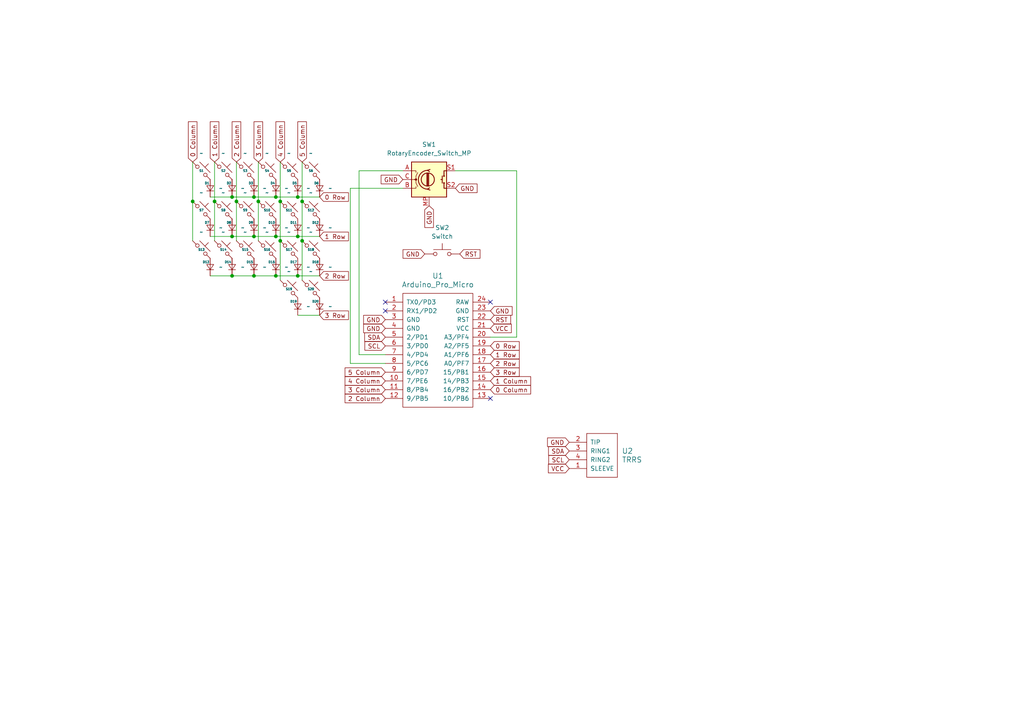
<source format=kicad_sch>
(kicad_sch (version 20250114) (generator "eeschema") (generator_version "9.0")
  (paper "A4")
  (lib_symbols
    (symbol "Device:RotaryEncoder_Switch_MP" (pin_names (offset 0.254) (hide yes))
      (property "Reference" "SW" (at 0 8.89 0))
      (property "Value" "RotaryEncoder_Switch_MP" (at 0 6.35 0))
      (symbol "RotaryEncoder_Switch_MP_0_1"
        (rectangle (start -5.08 5.08) (end 5.08 -5.08) (stroke (width 0.254)) (fill (type background)))
        (polyline (pts (xy -5.08 2.54) (xy -3.81 2.54) (xy -3.81 2.032)))
        (polyline (pts (xy -5.08 0) (xy -3.81 0) (xy -3.81 -1.016) (xy -3.302 -2.032)))
        (polyline (pts (xy -5.08 -2.54) (xy -3.81 -2.54) (xy -3.81 -2.032)))
        (polyline (pts (xy -4.318 0) (xy -3.81 0) (xy -3.81 1.016) (xy -3.302 2.032)))
        (circle (center -3.81 0) (radius 0.254) (fill (type outline)))
        (polyline (pts (xy -0.635 -1.778) (xy -0.635 1.778)) (stroke (width 0.254)))
        (circle (center -0.381 0) (radius 1.905) (stroke (width 0.254)))
        (polyline (pts (xy -0.381 -1.778) (xy -0.381 1.778)) (stroke (width 0.254)))
        (arc (start -0.381 -2.794) (mid -3.0988 -0.0635) (end -0.381 2.667) (stroke (width 0.254)))
        (polyline (pts (xy -0.127 1.778) (xy -0.127 -1.778)) (stroke (width 0.254)))
        (polyline (pts (xy 0.254 2.921) (xy -0.508 2.667) (xy 0.127 2.286)) (stroke (width 0.254)))
        (polyline (pts (xy 0.254 -3.048) (xy -0.508 -2.794) (xy 0.127 -2.413)) (stroke (width 0.254)))
        (polyline (pts (xy 3.81 1.016) (xy 3.81 -1.016)) (stroke (width 0.254)))
        (polyline (pts (xy 3.81 0) (xy 3.429 0)) (stroke (width 0.254)))
        (circle (center 4.318 1.016) (radius 0.127) (stroke (width 0.254)))
        (circle (center 4.318 -1.016) (radius 0.127) (stroke (width 0.254)))
        (polyline (pts (xy 5.08 2.54) (xy 4.318 2.54) (xy 4.318 1.016)) (stroke (width 0.254)))
        (polyline (pts (xy 5.08 -2.54) (xy 4.318 -2.54) (xy 4.318 -1.016)) (stroke (width 0.254)))
      )
      (symbol "RotaryEncoder_Switch_MP_1_1"
        (pin passive line (at -7.62 2.54 0) (length 2.54) (name "A") (number "A"))
        (pin passive line (at -7.62 0 0) (length 2.54) (name "C") (number "C"))
        (pin passive line (at -7.62 -2.54 0) (length 2.54) (name "B") (number "B"))
        (pin passive line (at 0 -7.62 90) (length 2.54) (name "MP") (number "MP"))
        (pin passive line (at 7.62 2.54 180) (length 2.54) (name "S1") (number "S1"))
        (pin passive line (at 7.62 -2.54 180) (length 2.54) (name "S2") (number "S2"))
      )
    )
    (symbol "ScottoKeebs:MCU_Arduino_Pro_Micro" (pin_names (offset 1.016))
      (property "Reference" "U" (at 0 0 0))
      (property "Value" "Arduino_Pro_Micro" (at 0 -19.05 0))
      (symbol "MCU_Arduino_Pro_Micro_0_1"
        (rectangle (start -10.16 16.51) (end 10.16 -16.51))
      )
      (symbol "MCU_Arduino_Pro_Micro_1_1"
        (pin input line (at -15.24 13.97 0) (length 5.08) (name "TX0/PD3") (number "1"))
        (pin input line (at -15.24 11.43 0) (length 5.08) (name "RX1/PD2") (number "2"))
        (pin input line (at -15.24 8.89 0) (length 5.08) (name "GND") (number "3"))
        (pin input line (at -15.24 6.35 0) (length 5.08) (name "GND") (number "4"))
        (pin input line (at -15.24 3.81 0) (length 5.08) (name "2/PD1") (number "5"))
        (pin input line (at -15.24 1.27 0) (length 5.08) (name "3/PD0") (number "6"))
        (pin input line (at -15.24 -1.27 0) (length 5.08) (name "4/PD4") (number "7"))
        (pin input line (at -15.24 -3.81 0) (length 5.08) (name "5/PC6") (number "8"))
        (pin input line (at -15.24 -6.35 0) (length 5.08) (name "6/PD7") (number "9"))
        (pin input line (at -15.24 -8.89 0) (length 5.08) (name "7/PE6") (number "10"))
        (pin input line (at -15.24 -11.43 0) (length 5.08) (name "8/PB4") (number "11"))
        (pin input line (at -15.24 -13.97 0) (length 5.08) (name "9/PB5") (number "12"))
        (pin input line (at 15.24 13.97 180) (length 5.08) (name "RAW") (number "24"))
        (pin input line (at 15.24 11.43 180) (length 5.08) (name "GND") (number "23"))
        (pin input line (at 15.24 8.89 180) (length 5.08) (name "RST") (number "22"))
        (pin input line (at 15.24 6.35 180) (length 5.08) (name "VCC") (number "21"))
        (pin input line (at 15.24 3.81 180) (length 5.08) (name "A3/PF4") (number "20"))
        (pin input line (at 15.24 1.27 180) (length 5.08) (name "A2/PF5") (number "19"))
        (pin input line (at 15.24 -1.27 180) (length 5.08) (name "A1/PF6") (number "18"))
        (pin input line (at 15.24 -3.81 180) (length 5.08) (name "A0/PF7") (number "17"))
        (pin input line (at 15.24 -6.35 180) (length 5.08) (name "15/PB1") (number "16"))
        (pin input line (at 15.24 -8.89 180) (length 5.08) (name "14/PB3") (number "15"))
        (pin input line (at 15.24 -11.43 180) (length 5.08) (name "16/PB2") (number "14"))
        (pin input line (at 15.24 -13.97 180) (length 5.08) (name "10/PB6") (number "13"))
      )
    )
    (symbol "ScottoKeebs:Placeholder_Diode" (pin_numbers (hide yes)) (pin_names (hide yes))
      (property "Reference" "D" (at -0.15 1.066 0))
      (symbol "Placeholder_Diode_0_1"
        (polyline (pts (xy 0 -0.762) (xy 0 0.762)))
      )
      (symbol "Placeholder_Diode_1_1"
        (polyline (pts (xy 1.016 0.762) (xy 0 -0.762) (xy -1.016 0.762) (xy 1.016 0.762)) (stroke (width 0.1524)))
        (polyline (pts (xy 1.016 -0.762) (xy -1.016 -0.762)) (stroke (width 0.1524)))
        (pin passive line (at 0 2.54 270) (length 1.778) (name "A") (number "2"))
        (pin passive line (at 0 -2.54 90) (length 1.778) (name "K") (number "1"))
      )
    )
    (symbol "ScottoKeebs:Placeholder_Keyswitch" (pin_numbers (hide yes)) (pin_names (offset 1.016) (hide yes))
      (property "Reference" "S" (at 0 0 0))
      (symbol "Placeholder_Keyswitch_0_1"
        (polyline (pts (xy -2.54 2.54) (xy -1.524 1.524) (xy -1.524 1.524)))
        (circle (center -1.1684 1.1684) (radius 0.508))
        (polyline (pts (xy -0.508 2.54) (xy 2.54 -0.508)))
        (polyline (pts (xy 1.016 1.016) (xy 2.032 2.032)))
        (circle (center 1.143 -1.1938) (radius 0.508))
        (polyline (pts (xy 1.524 -1.524) (xy 2.54 -2.54) (xy 2.54 -2.54) (xy 2.54 -2.54)))
        (pin passive line (at -2.54 2.54 0) (length 0) (name "1") (number "1"))
        (pin passive line (at 2.54 -2.54 180) (length 0) (name "2") (number "2"))
      )
    )
    (symbol "ScottoKeebs:Placeholder_Switch" (pin_numbers (hide yes)) (pin_names (offset 1.016) (hide yes))
      (property "Reference" "SW" (at 1.27 2.54 0))
      (property "Value" "Switch" (at 0 -1.524 0))
      (symbol "Placeholder_Switch_0_1"
        (circle (center -2.032 0) (radius 0.508))
        (polyline (pts (xy 0 1.27) (xy 0 3.048)))
        (circle (center 2.032 0) (radius 0.508))
        (polyline (pts (xy 2.54 1.27) (xy -2.54 1.27)))
        (pin passive line (at -5.08 0 0) (length 2.54) (name "1") (number "1"))
        (pin passive line (at 5.08 0 180) (length 2.54) (name "2") (number "2"))
      )
    )
    (symbol "ScottoKeebs:Placeholder_TRRS" (pin_names (offset 1.016))
      (property "Reference" "U" (at 0 15.24 0))
      (property "Value" "TRRS" (at 0 -2.54 0))
      (symbol "Placeholder_TRRS_0_1"
        (rectangle (start -3.81 12.7) (end 5.08 12.7))
        (rectangle (start -3.81 0) (end -3.81 12.7))
        (rectangle (start -3.81 0) (end 5.08 0))
        (rectangle (start 5.08 12.7) (end 5.08 0))
      )
      (symbol "Placeholder_TRRS_1_1"
        (pin input line (at -8.89 10.16 0) (length 5.08) (name "TIP") (number "2"))
        (pin input line (at -8.89 7.62 0) (length 5.08) (name "RING1") (number "3"))
        (pin input line (at -8.89 5.08 0) (length 5.08) (name "RING2") (number "4"))
        (pin input line (at -8.89 2.54 0) (length 5.08) (name "SLEEVE") (number "1"))
      )
    )
  )
  (junction (at 87.63 58.42))
  (junction (at 67.31 68.58))
  (junction (at 81.28 69.85))
  (junction (at 68.58 58.42))
  (junction (at 80.01 68.58))
  (junction (at 86.36 68.58))
  (junction (at 73.66 57.15))
  (junction (at 55.88 58.42))
  (junction (at 74.93 58.42))
  (junction (at 67.31 57.15))
  (junction (at 67.31 80.01))
  (junction (at 73.66 80.01))
  (junction (at 80.01 57.15))
  (junction (at 73.66 68.58))
  (junction (at 87.63 69.85))
  (junction (at 80.01 80.01))
  (junction (at 86.36 57.15))
  (junction (at 81.28 58.42))
  (junction (at 62.23 58.42))
  (junction (at 86.36 80.01))
  (no_connect (at 142.24 87.63))
  (no_connect (at 111.76 90.17))
  (no_connect (at 111.76 87.63))
  (no_connect (at 142.24 115.57))
  (wire (pts (xy 60.96 68.58) (xy 67.31 68.58)))
  (wire (pts (xy 62.23 58.42) (xy 62.23 69.85)))
  (wire (pts (xy 87.63 46.99) (xy 87.63 58.42)))
  (wire (pts (xy 80.01 68.58) (xy 86.36 68.58)))
  (wire (pts (xy 81.28 69.85) (xy 81.28 81.28)))
  (wire (pts (xy 62.23 46.99) (xy 62.23 58.42)))
  (wire (pts (xy 73.66 80.01) (xy 80.01 80.01)))
  (wire (pts (xy 101.6 105.41) (xy 111.76 105.41)))
  (wire (pts (xy 86.36 80.01) (xy 92.71 80.01)))
  (wire (pts (xy 74.93 46.99) (xy 74.93 58.42)))
  (wire (pts (xy 87.63 69.85) (xy 87.63 81.28)))
  (wire (pts (xy 86.36 68.58) (xy 92.71 68.58)))
  (wire (pts (xy 80.01 57.15) (xy 86.36 57.15)))
  (wire (pts (xy 60.96 57.15) (xy 67.31 57.15)))
  (wire (pts (xy 132.08 49.53) (xy 149.86 49.53)))
  (wire (pts (xy 104.14 102.87) (xy 111.76 102.87)))
  (wire (pts (xy 86.36 91.44) (xy 92.71 91.44)))
  (wire (pts (xy 81.28 46.99) (xy 81.28 58.42)))
  (wire (pts (xy 68.58 58.42) (xy 68.58 69.85)))
  (wire (pts (xy 73.66 68.58) (xy 80.01 68.58)))
  (wire (pts (xy 67.31 57.15) (xy 73.66 57.15)))
  (wire (pts (xy 74.93 58.42) (xy 74.93 69.85)))
  (wire (pts (xy 55.88 58.42) (xy 55.88 69.85)))
  (wire (pts (xy 101.6 54.61) (xy 101.6 105.41)))
  (wire (pts (xy 86.36 57.15) (xy 92.71 57.15)))
  (wire (pts (xy 67.31 68.58) (xy 73.66 68.58)))
  (wire (pts (xy 87.63 58.42) (xy 87.63 69.85)))
  (wire (pts (xy 55.88 46.99) (xy 55.88 58.42)))
  (wire (pts (xy 116.84 49.53) (xy 104.14 49.53)))
  (wire (pts (xy 73.66 57.15) (xy 80.01 57.15)))
  (wire (pts (xy 149.86 49.53) (xy 149.86 97.79)))
  (wire (pts (xy 104.14 49.53) (xy 104.14 102.87)))
  (wire (pts (xy 67.31 80.01) (xy 73.66 80.01)))
  (wire (pts (xy 68.58 46.99) (xy 68.58 58.42)))
  (wire (pts (xy 60.96 80.01) (xy 67.31 80.01)))
  (wire (pts (xy 116.84 54.61) (xy 101.6 54.61)))
  (wire (pts (xy 80.01 80.01) (xy 86.36 80.01)))
  (wire (pts (xy 81.28 58.42) (xy 81.28 69.85)))
  (wire (pts (xy 149.86 97.79) (xy 142.24 97.79)))
  (global_label "VCC" (shape input) (at 142.24 95.25 0) (property "Intersheetrefs" "${INTERSHEET_REFS}" (effects (hide yes))))
  (global_label "SDA" (shape input) (at 111.76 97.79 180) (property "Intersheetrefs" "${INTERSHEET_REFS}" (effects (hide yes))))
  (global_label "0 Row" (shape input) (at 92.71 57.15 0) (property "Intersheetrefs" "${INTERSHEET_REFS}" (effects (hide yes))))
  (global_label "GND" (shape input) (at 124.46 59.69 270) (property "Intersheetrefs" "${INTERSHEET_REFS}" (effects (hide yes))))
  (global_label "0 Column" (shape input) (at 55.88 46.99 90) (property "Intersheetrefs" "${INTERSHEET_REFS}" (effects (hide yes))))
  (global_label "GND" (shape input) (at 111.76 95.25 180) (property "Intersheetrefs" "${INTERSHEET_REFS}" (effects (hide yes))))
  (global_label "1 Column" (shape input) (at 62.23 46.99 90) (property "Intersheetrefs" "${INTERSHEET_REFS}" (effects (hide yes))))
  (global_label "3 Column" (shape input) (at 74.93 46.99 90) (property "Intersheetrefs" "${INTERSHEET_REFS}" (effects (hide yes))))
  (global_label "VCC" (shape input) (at 165.1 135.89 180) (property "Intersheetrefs" "${INTERSHEET_REFS}" (effects (hide yes))))
  (global_label "GND" (shape input) (at 132.08 54.61 0) (property "Intersheetrefs" "${INTERSHEET_REFS}" (effects (hide yes))))
  (global_label "5 Column" (shape input) (at 87.63 46.99 90) (property "Intersheetrefs" "${INTERSHEET_REFS}" (effects (hide yes))))
  (global_label "RST" (shape input) (at 142.24 92.71 0) (property "Intersheetrefs" "${INTERSHEET_REFS}" (effects (hide yes))))
  (global_label "SDA" (shape input) (at 165.1 130.81 180) (property "Intersheetrefs" "${INTERSHEET_REFS}" (effects (hide yes))))
  (global_label "0 Column" (shape input) (at 142.24 113.03 0) (property "Intersheetrefs" "${INTERSHEET_REFS}" (effects (hide yes))))
  (global_label "2 Column" (shape input) (at 68.58 46.99 90) (property "Intersheetrefs" "${INTERSHEET_REFS}" (effects (hide yes))))
  (global_label "1 Row" (shape input) (at 142.24 102.87 0) (property "Intersheetrefs" "${INTERSHEET_REFS}" (effects (hide yes))))
  (global_label "1 Row" (shape input) (at 92.71 68.58 0) (property "Intersheetrefs" "${INTERSHEET_REFS}" (effects (hide yes))))
  (global_label "3 Column" (shape input) (at 111.76 113.03 180) (property "Intersheetrefs" "${INTERSHEET_REFS}" (effects (hide yes))))
  (global_label "GND" (shape input) (at 165.1 128.27 180) (property "Intersheetrefs" "${INTERSHEET_REFS}" (effects (hide yes))))
  (global_label "4 Column" (shape input) (at 111.76 110.49 180) (property "Intersheetrefs" "${INTERSHEET_REFS}" (effects (hide yes))))
  (global_label "GND" (shape input) (at 116.84 52.07 180) (property "Intersheetrefs" "${INTERSHEET_REFS}" (effects (hide yes))))
  (global_label "RST" (shape input) (at 133.35 73.66 0) (property "Intersheetrefs" "${INTERSHEET_REFS}" (effects (hide yes))))
  (global_label "1 Column" (shape input) (at 142.24 110.49 0) (property "Intersheetrefs" "${INTERSHEET_REFS}" (effects (hide yes))))
  (global_label "2 Row" (shape input) (at 92.71 80.01 0) (property "Intersheetrefs" "${INTERSHEET_REFS}" (effects (hide yes))))
  (global_label "0 Row" (shape input) (at 142.24 100.33 0) (property "Intersheetrefs" "${INTERSHEET_REFS}" (effects (hide yes))))
  (global_label "4 Column" (shape input) (at 81.28 46.99 90) (property "Intersheetrefs" "${INTERSHEET_REFS}" (effects (hide yes))))
  (global_label "SCL" (shape input) (at 165.1 133.35 180) (property "Intersheetrefs" "${INTERSHEET_REFS}" (effects (hide yes))))
  (global_label "3 Row" (shape input) (at 92.71 91.44 0) (property "Intersheetrefs" "${INTERSHEET_REFS}" (effects (hide yes))))
  (global_label "GND" (shape input) (at 142.24 90.17 0) (property "Intersheetrefs" "${INTERSHEET_REFS}" (effects (hide yes))))
  (global_label "2 Column" (shape input) (at 111.76 115.57 180) (property "Intersheetrefs" "${INTERSHEET_REFS}" (effects (hide yes))))
  (global_label "5 Column" (shape input) (at 111.76 107.95 180) (property "Intersheetrefs" "${INTERSHEET_REFS}" (effects (hide yes))))
  (global_label "GND" (shape input) (at 111.76 92.71 180) (property "Intersheetrefs" "${INTERSHEET_REFS}" (effects (hide yes))))
  (global_label "GND" (shape input) (at 123.19 73.66 180) (property "Intersheetrefs" "${INTERSHEET_REFS}" (effects (hide yes))))
  (global_label "SCL" (shape input) (at 111.76 100.33 180) (property "Intersheetrefs" "${INTERSHEET_REFS}" (effects (hide yes))))
  (global_label "3 Row" (shape input) (at 142.24 107.95 0) (property "Intersheetrefs" "${INTERSHEET_REFS}" (effects (hide yes))))
  (global_label "2 Row" (shape input) (at 142.24 105.41 0) (property "Intersheetrefs" "${INTERSHEET_REFS}" (effects (hide yes))))
  (symbol (lib_id "ScottoKeebs:Placeholder_Keyswitch") (at 77.47 60.96 0) (unit 1)
    (property "Reference" "S10" (at 77.47 60.96 0) (effects (font (size 0.635 0.635) (thickness 0.127) (bold yes))))
    (property "Value" "~" (at 77.47 55.88 0))
    (property "Footprint" "keyswitches:Kailh_socket_PG1350" (effects (hide yes)))
  )
  (symbol (lib_id "Device:RotaryEncoder_Switch_MP") (at 124.46 52.07 0) (unit 1)
    (property "Reference" "SW1" (at 124.46 41.91 0))
    (property "Value" "RotaryEncoder_Switch_MP" (at 124.46 44.45 0))
    (property "Footprint" "Rotary_Encoder:RotaryEncoder_Alps_EC11E-Switch_Vertical_H20mm" (effects (hide yes)))
    (property "Description" "Rotary encoder, dual channel, incremental quadrate outputs, with switch and MP Pin" (effects (hide yes)))
  )
  (symbol (lib_id "ScottoKeebs:Placeholder_Diode") (at 67.31 66.04 0) (unit 1)
    (property "Reference" "D8" (at 67.16 64.974 0) (effects (font (size 0.635 0.635) (thickness 0.127) (bold yes)) (justify right bottom)))
    (property "Value" "~" (at 69.85 66.0399 0) (effects (justify left)))
    (property "Footprint" "Diode_SMD:D_SOD-123" (effects (hide yes)))
  )
  (symbol (lib_id "ScottoKeebs:Placeholder_Diode") (at 80.01 77.47 0) (unit 1)
    (property "Reference" "D16" (at 79.86 76.404 0) (effects (font (size 0.635 0.635) (thickness 0.127) (bold yes)) (justify right bottom)))
    (property "Value" "~" (at 82.55 77.4699 0) (effects (justify left)))
    (property "Footprint" "Diode_SMD:D_SOD-123" (effects (hide yes)))
  )
  (symbol (lib_id "ScottoKeebs:Placeholder_Diode") (at 73.66 66.04 0) (unit 1)
    (property "Reference" "D9" (at 73.51 64.974 0) (effects (font (size 0.635 0.635) (thickness 0.127) (bold yes)) (justify right bottom)))
    (property "Value" "~" (at 76.2 66.0399 0) (effects (justify left)))
    (property "Footprint" "Diode_SMD:D_SOD-123" (effects (hide yes)))
  )
  (symbol (lib_id "ScottoKeebs:Placeholder_Diode") (at 73.66 54.61 0) (unit 1)
    (property "Reference" "D3" (at 73.51 53.544 0) (effects (font (size 0.635 0.635) (thickness 0.127) (bold yes)) (justify right bottom)))
    (property "Value" "~" (at 76.2 54.6099 0) (effects (justify left)))
    (property "Footprint" "Diode_SMD:D_SOD-123" (effects (hide yes)))
  )
  (symbol (lib_id "ScottoKeebs:Placeholder_Keyswitch") (at 90.17 72.39 0) (unit 1)
    (property "Reference" "S18" (at 90.17 72.39 0) (effects (font (size 0.635 0.635) (thickness 0.127) (bold yes))))
    (property "Value" "~" (at 90.17 67.31 0))
    (property "Footprint" "keyswitches:Kailh_socket_PG1350" (effects (hide yes)))
  )
  (symbol (lib_id "ScottoKeebs:Placeholder_Diode") (at 80.01 54.61 0) (unit 1)
    (property "Reference" "D4" (at 79.86 53.544 0) (effects (font (size 0.635 0.635) (thickness 0.127) (bold yes)) (justify right bottom)))
    (property "Value" "~" (at 82.55 54.6099 0) (effects (justify left)))
    (property "Footprint" "Diode_SMD:D_SOD-123" (effects (hide yes)))
  )
  (symbol (lib_id "ScottoKeebs:Placeholder_Diode") (at 92.71 54.61 0) (unit 1)
    (property "Reference" "D6" (at 92.56 53.544 0) (effects (font (size 0.635 0.635) (thickness 0.127) (bold yes)) (justify right bottom)))
    (property "Value" "~" (at 95.25 54.6099 0) (effects (justify left)))
    (property "Footprint" "Diode_SMD:D_SOD-123" (effects (hide yes)))
  )
  (symbol (lib_id "ScottoKeebs:Placeholder_Keyswitch") (at 58.42 49.53 0) (unit 1)
    (property "Reference" "S1" (at 58.42 49.53 0) (effects (font (size 0.635 0.635) (thickness 0.127) (bold yes))))
    (property "Value" "~" (at 58.42 44.45 0))
    (property "Footprint" "keyswitches:Kailh_socket_PG1350" (effects (hide yes)))
  )
  (symbol (lib_id "ScottoKeebs:Placeholder_Keyswitch") (at 90.17 60.96 0) (unit 1)
    (property "Reference" "S12" (at 90.17 60.96 0) (effects (font (size 0.635 0.635) (thickness 0.127) (bold yes))))
    (property "Value" "~" (at 90.17 55.88 0))
    (property "Footprint" "keyswitches:Kailh_socket_PG1350" (effects (hide yes)))
  )
  (symbol (lib_id "ScottoKeebs:Placeholder_Keyswitch") (at 64.77 60.96 0) (unit 1)
    (property "Reference" "S8" (at 64.77 60.96 0) (effects (font (size 0.635 0.635) (thickness 0.127) (bold yes))))
    (property "Value" "~" (at 64.77 55.88 0))
    (property "Footprint" "keyswitches:Kailh_socket_PG1350" (effects (hide yes)))
  )
  (symbol (lib_id "ScottoKeebs:Placeholder_Diode") (at 60.96 66.04 0) (unit 1)
    (property "Reference" "D7" (at 60.81 64.974 0) (effects (font (size 0.635 0.635) (thickness 0.127) (bold yes)) (justify right bottom)))
    (property "Value" "~" (at 63.5 66.0399 0) (effects (justify left)))
    (property "Footprint" "Diode_SMD:D_SOD-123" (effects (hide yes)))
  )
  (symbol (lib_id "ScottoKeebs:Placeholder_Diode") (at 86.36 66.04 0) (unit 1)
    (property "Reference" "D11" (at 86.21 64.974 0) (effects (font (size 0.635 0.635) (thickness 0.127) (bold yes)) (justify right bottom)))
    (property "Value" "~" (at 88.9 66.0399 0) (effects (justify left)))
    (property "Footprint" "Diode_SMD:D_SOD-123" (effects (hide yes)))
  )
  (symbol (lib_id "ScottoKeebs:MCU_Arduino_Pro_Micro") (at 127 101.6 0) (unit 1)
    (property "Reference" "U1" (at 127 80.01 0) (effects (font (size 1.524 1.524))))
    (property "Value" "Arduino_Pro_Micro" (at 127 82.55 0) (effects (font (size 1.524 1.524))))
    (property "Footprint" "Arduino:Sparkfun_Pro_Micro" (effects (hide yes)))
  )
  (symbol (lib_id "ScottoKeebs:Placeholder_Switch") (at 128.27 73.66 0) (unit 1)
    (property "Reference" "SW2" (at 128.27 66.04 0))
    (property "Value" "Switch" (at 128.27 68.58 0))
    (property "Footprint" "Button_Switch_THT:SW_CW_GPTS203211B" (effects (hide yes)))
    (property "Description" "Push button switch, generic, two pins" (effects (hide yes)))
  )
  (symbol (lib_id "ScottoKeebs:Placeholder_Diode") (at 92.71 77.47 0) (unit 1)
    (property "Reference" "D18" (at 92.56 76.404 0) (effects (font (size 0.635 0.635) (thickness 0.127) (bold yes)) (justify right bottom)))
    (property "Value" "~" (at 95.25 77.4699 0) (effects (justify left)))
    (property "Footprint" "Diode_SMD:D_SOD-123" (effects (hide yes)))
  )
  (symbol (lib_id "ScottoKeebs:Placeholder_Keyswitch") (at 64.77 72.39 0) (unit 1)
    (property "Reference" "S14" (at 64.77 72.39 0) (effects (font (size 0.635 0.635) (thickness 0.127) (bold yes))))
    (property "Value" "~" (at 64.77 67.31 0))
    (property "Footprint" "keyswitches:Kailh_socket_PG1350" (effects (hide yes)))
  )
  (symbol (lib_id "ScottoKeebs:Placeholder_Keyswitch") (at 77.47 72.39 0) (unit 1)
    (property "Reference" "S16" (at 77.47 72.39 0) (effects (font (size 0.635 0.635) (thickness 0.127) (bold yes))))
    (property "Value" "~" (at 77.47 67.31 0))
    (property "Footprint" "keyswitches:Kailh_socket_PG1350" (effects (hide yes)))
  )
  (symbol (lib_id "ScottoKeebs:Placeholder_Diode") (at 86.36 54.61 0) (unit 1)
    (property "Reference" "D5" (at 86.21 53.544 0) (effects (font (size 0.635 0.635) (thickness 0.127) (bold yes)) (justify right bottom)))
    (property "Value" "~" (at 88.9 54.6099 0) (effects (justify left)))
    (property "Footprint" "Diode_SMD:D_SOD-123" (effects (hide yes)))
  )
  (symbol (lib_id "ScottoKeebs:Placeholder_Keyswitch") (at 83.82 72.39 0) (unit 1)
    (property "Reference" "S17" (at 83.82 72.39 0) (effects (font (size 0.635 0.635) (thickness 0.127) (bold yes))))
    (property "Value" "~" (at 83.82 67.31 0))
    (property "Footprint" "keyswitches:Kailh_socket_PG1350" (effects (hide yes)))
  )
  (symbol (lib_id "ScottoKeebs:Placeholder_TRRS") (at 173.99 138.43 0) (unit 1)
    (property "Reference" "U2" (at 180.34 130.8099 0) (effects (font (size 1.524 1.524)) (justify left)))
    (property "Value" "TRRS" (at 180.34 133.3499 0) (effects (font (size 1.524 1.524)) (justify left)))
    (property "Footprint" "Connector_Audio:Plug_3.5mm_CUI_SP-3541" (effects (hide yes)))
  )
  (symbol (lib_id "ScottoKeebs:Placeholder_Keyswitch") (at 71.12 49.53 0) (unit 1)
    (property "Reference" "S3" (at 71.12 49.53 0) (effects (font (size 0.635 0.635) (thickness 0.127) (bold yes))))
    (property "Value" "~" (at 71.12 44.45 0))
    (property "Footprint" "keyswitches:Kailh_socket_PG1350" (effects (hide yes)))
  )
  (symbol (lib_id "ScottoKeebs:Placeholder_Diode") (at 60.96 54.61 0) (unit 1)
    (property "Reference" "D1" (at 60.81 53.544 0) (effects (font (size 0.635 0.635) (thickness 0.127) (bold yes)) (justify right bottom)))
    (property "Value" "~" (at 63.5 54.6099 0) (effects (justify left)))
    (property "Footprint" "Diode_SMD:D_SOD-123" (effects (hide yes)))
  )
  (symbol (lib_id "ScottoKeebs:Placeholder_Keyswitch") (at 71.12 60.96 0) (unit 1)
    (property "Reference" "S9" (at 71.12 60.96 0) (effects (font (size 0.635 0.635) (thickness 0.127) (bold yes))))
    (property "Value" "~" (at 71.12 55.88 0))
    (property "Footprint" "keyswitches:Kailh_socket_PG1350" (effects (hide yes)))
  )
  (symbol (lib_id "ScottoKeebs:Placeholder_Keyswitch") (at 90.17 83.82 0) (unit 1)
    (property "Reference" "S20" (at 90.17 83.82 0) (effects (font (size 0.635 0.635) (thickness 0.127) (bold yes))))
    (property "Value" "~" (at 90.17 78.74 0))
    (property "Footprint" "keyswitches:Kailh_socket_PG1350" (effects (hide yes)))
  )
  (symbol (lib_id "ScottoKeebs:Placeholder_Diode") (at 60.96 77.47 0) (unit 1)
    (property "Reference" "D13" (at 60.81 76.404 0) (effects (font (size 0.635 0.635) (thickness 0.127) (bold yes)) (justify right bottom)))
    (property "Value" "~" (at 63.5 77.4699 0) (effects (justify left)))
    (property "Footprint" "Diode_SMD:D_SOD-123" (effects (hide yes)))
  )
  (symbol (lib_id "ScottoKeebs:Placeholder_Diode") (at 80.01 66.04 0) (unit 1)
    (property "Reference" "D10" (at 79.86 64.974 0) (effects (font (size 0.635 0.635) (thickness 0.127) (bold yes)) (justify right bottom)))
    (property "Value" "~" (at 82.55 66.0399 0) (effects (justify left)))
    (property "Footprint" "Diode_SMD:D_SOD-123" (effects (hide yes)))
  )
  (symbol (lib_id "ScottoKeebs:Placeholder_Keyswitch") (at 77.47 49.53 0) (unit 1)
    (property "Reference" "S4" (at 77.47 49.53 0) (effects (font (size 0.635 0.635) (thickness 0.127) (bold yes))))
    (property "Value" "~" (at 77.47 44.45 0))
    (property "Footprint" "keyswitches:Kailh_socket_PG1350" (effects (hide yes)))
  )
  (symbol (lib_id "ScottoKeebs:Placeholder_Keyswitch") (at 83.82 83.82 0) (unit 1)
    (property "Reference" "S19" (at 83.82 83.82 0) (effects (font (size 0.635 0.635) (thickness 0.127) (bold yes))))
    (property "Value" "~" (at 83.82 78.74 0))
    (property "Footprint" "keyswitches:Kailh_socket_PG1350" (effects (hide yes)))
  )
  (symbol (lib_id "ScottoKeebs:Placeholder_Keyswitch") (at 64.77 49.53 0) (unit 1)
    (property "Reference" "S2" (at 64.77 49.53 0) (effects (font (size 0.635 0.635) (thickness 0.127) (bold yes))))
    (property "Value" "~" (at 64.77 44.45 0))
    (property "Footprint" "keyswitches:Kailh_socket_PG1350" (effects (hide yes)))
  )
  (symbol (lib_id "ScottoKeebs:Placeholder_Diode") (at 67.31 54.61 0) (unit 1)
    (property "Reference" "D2" (at 67.16 53.544 0) (effects (font (size 0.635 0.635) (thickness 0.127) (bold yes)) (justify right bottom)))
    (property "Value" "~" (at 69.85 54.6099 0) (effects (justify left)))
    (property "Footprint" "Diode_SMD:D_SOD-123" (effects (hide yes)))
  )
  (symbol (lib_id "ScottoKeebs:Placeholder_Diode") (at 92.71 66.04 0) (unit 1)
    (property "Reference" "D12" (at 92.56 64.974 0) (effects (font (size 0.635 0.635) (thickness 0.127) (bold yes)) (justify right bottom)))
    (property "Value" "~" (at 95.25 66.0399 0) (effects (justify left)))
    (property "Footprint" "Diode_SMD:D_SOD-123" (effects (hide yes)))
  )
  (symbol (lib_id "ScottoKeebs:Placeholder_Keyswitch") (at 90.17 49.53 0) (unit 1)
    (property "Reference" "S6" (at 90.17 49.53 0) (effects (font (size 0.635 0.635) (thickness 0.127) (bold yes))))
    (property "Value" "~" (at 90.17 44.45 0))
    (property "Footprint" "keyswitches:Kailh_socket_PG1350" (effects (hide yes)))
  )
  (symbol (lib_id "ScottoKeebs:Placeholder_Diode") (at 73.66 77.47 0) (unit 1)
    (property "Reference" "D15" (at 73.51 76.404 0) (effects (font (size 0.635 0.635) (thickness 0.127) (bold yes)) (justify right bottom)))
    (property "Value" "~" (at 76.2 77.4699 0) (effects (justify left)))
    (property "Footprint" "Diode_SMD:D_SOD-123" (effects (hide yes)))
  )
  (symbol (lib_id "ScottoKeebs:Placeholder_Diode") (at 86.36 77.47 0) (unit 1)
    (property "Reference" "D17" (at 86.21 76.404 0) (effects (font (size 0.635 0.635) (thickness 0.127) (bold yes)) (justify right bottom)))
    (property "Value" "~" (at 88.9 77.4699 0) (effects (justify left)))
    (property "Footprint" "Diode_SMD:D_SOD-123" (effects (hide yes)))
  )
  (symbol (lib_id "ScottoKeebs:Placeholder_Keyswitch") (at 83.82 49.53 0) (unit 1)
    (property "Reference" "S5" (at 83.82 49.53 0) (effects (font (size 0.635 0.635) (thickness 0.127) (bold yes))))
    (property "Value" "~" (at 83.82 44.45 0))
    (property "Footprint" "keyswitches:Kailh_socket_PG1350" (effects (hide yes)))
  )
  (symbol (lib_id "ScottoKeebs:Placeholder_Diode") (at 67.31 77.47 0) (unit 1)
    (property "Reference" "D14" (at 67.16 76.404 0) (effects (font (size 0.635 0.635) (thickness 0.127) (bold yes)) (justify right bottom)))
    (property "Value" "~" (at 69.85 77.4699 0) (effects (justify left)))
    (property "Footprint" "Diode_SMD:D_SOD-123" (effects (hide yes)))
  )
  (symbol (lib_id "ScottoKeebs:Placeholder_Keyswitch") (at 58.42 72.39 0) (unit 1)
    (property "Reference" "S13" (at 58.42 72.39 0) (effects (font (size 0.635 0.635) (thickness 0.127) (bold yes))))
    (property "Value" "~" (at 58.42 67.31 0))
    (property "Footprint" "keyswitches:Kailh_socket_PG1350" (effects (hide yes)))
  )
  (symbol (lib_id "ScottoKeebs:Placeholder_Diode") (at 86.36 88.9 0) (unit 1)
    (property "Reference" "D19" (at 86.21 87.834 0) (effects (font (size 0.635 0.635) (thickness 0.127) (bold yes)) (justify right bottom)))
    (property "Value" "~" (at 88.9 88.8999 0) (effects (justify left)))
    (property "Footprint" "Diode_SMD:D_SOD-123" (effects (hide yes)))
  )
  (symbol (lib_id "ScottoKeebs:Placeholder_Keyswitch") (at 71.12 72.39 0) (unit 1)
    (property "Reference" "S15" (at 71.12 72.39 0) (effects (font (size 0.635 0.635) (thickness 0.127) (bold yes))))
    (property "Value" "~" (at 71.12 67.31 0))
    (property "Footprint" "keyswitches:Kailh_socket_PG1350" (effects (hide yes)))
  )
  (symbol (lib_id "ScottoKeebs:Placeholder_Diode") (at 92.71 88.9 0) (unit 1)
    (property "Reference" "D20" (at 92.56 87.834 0) (effects (font (size 0.635 0.635) (thickness 0.127) (bold yes)) (justify right bottom)))
    (property "Value" "~" (at 95.25 88.8999 0) (effects (justify left)))
    (property "Footprint" "Diode_SMD:D_SOD-123" (effects (hide yes)))
  )
  (symbol (lib_id "ScottoKeebs:Placeholder_Keyswitch") (at 58.42 60.96 0) (unit 1)
    (property "Reference" "S7" (at 58.42 60.96 0) (effects (font (size 0.635 0.635) (thickness 0.127) (bold yes))))
    (property "Value" "~" (at 58.42 55.88 0))
    (property "Footprint" "keyswitches:Kailh_socket_PG1350" (effects (hide yes)))
  )
  (symbol (lib_id "ScottoKeebs:Placeholder_Keyswitch") (at 83.82 60.96 0) (unit 1)
    (property "Reference" "S11" (at 83.82 60.96 0) (effects (font (size 0.635 0.635) (thickness 0.127) (bold yes))))
    (property "Value" "~" (at 83.82 55.88 0))
    (property "Footprint" "keyswitches:Kailh_socket_PG1350" (effects (hide yes)))
  )
)
</source>
